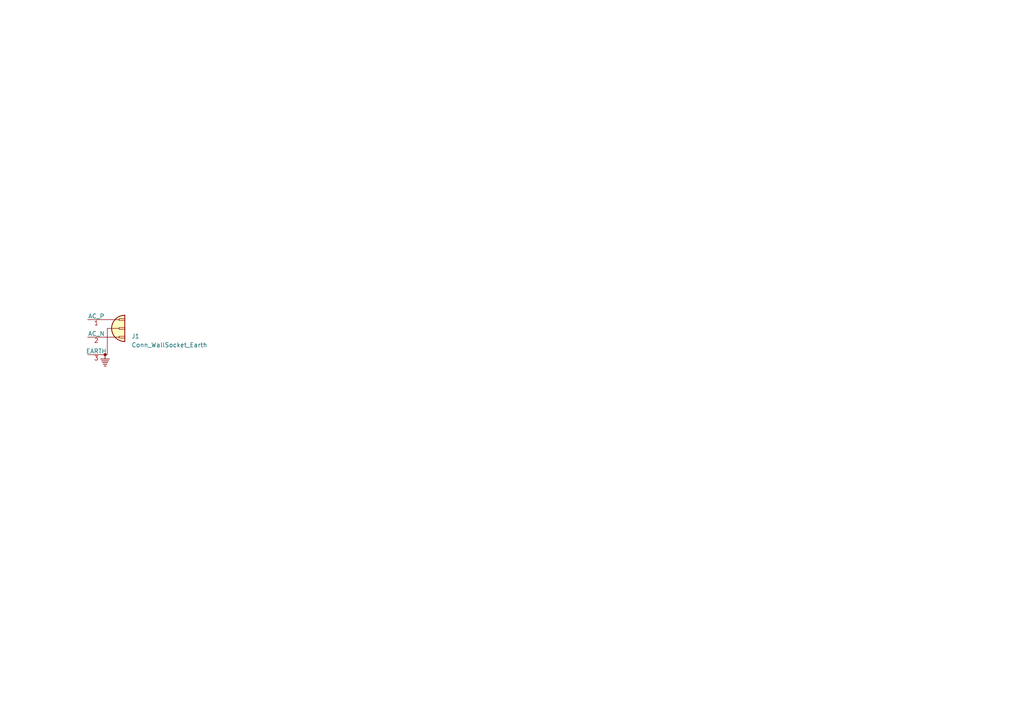
<source format=kicad_sch>
(kicad_sch (version 20231120) (generator "eeschema") (generator_version "8.0")
  (paper "A4")
  (lib_symbols
    (symbol "Connector:Conn_WallSocket_Earth" (pin_names (offset 0))
      (property "Reference" "J" (at 3.81 6.985 0))
      (property "Value" "Conn_WallSocket_Earth" (at 7.62 2.54 90))
      (symbol "Conn_WallSocket_Earth_0_1"
        (circle (center 0 -5.08) (radius 0.3556) (fill (type outline)))
        (polyline (pts (xy -1.27 -6.35) (xy 1.27 -6.35)) (stroke (width 0.2032)))
        (polyline (pts (xy 0 -5.08) (xy 0 -6.35)) (stroke (width 0.2032)))
        (polyline (pts (xy 0.254 -8.382) (xy -0.254 -8.382)) (stroke (width 0.2032)))
        (polyline (pts (xy 0.508 -7.874) (xy -0.508 -7.874)) (stroke (width 0.2032)))
        (polyline (pts (xy 0.762 -7.366) (xy -0.762 -7.366)) (stroke (width 0.2032)))
        (polyline (pts (xy 1.016 -6.858) (xy -1.016 -6.858)) (stroke (width 0.2032)))
        (polyline (pts (xy 4.064 0) (xy 0 0)))
        (polyline (pts (xy 4.064 5.08) (xy 0 5.08)))
        (polyline (pts (xy 5.715 -1.27) (xy 5.715 6.35)) (stroke (width 0.254)))
        (polyline (pts (xy 0 -5.08) (xy 0.635 -5.08) (xy 0.635 2.54) (xy 4.064 2.54)))
        (rectangle (start 5.715 -0.254) (end 4.064 0.254))
        (rectangle (start 5.715 2.286) (end 4.064 2.794))
        (rectangle (start 5.715 4.826) (end 4.064 5.334))
        (arc (start 5.715 6.35) (mid 1.9216 2.54) (end 5.715 -1.27) (stroke (width 0.254)) (fill (type background)))
      )
      (symbol "Conn_WallSocket_Earth_1_1"
        (pin power_in line (at -5.08 5.08 0) (length 5.08) (name "AC_P") (number "1"))
        (pin power_in line (at -5.08 0 0) (length 5.08) (name "AC_N") (number "2"))
        (pin passive line (at -5.08 -5.08 0) (length 5.08) (name "EARTH") (number "3"))
      )
    )
  )
  (symbol (lib_id "Connector:Conn_WallSocket_Earth") (at 30.48 97.79 0) (unit 1)
    (property "Reference" "J1" (at 38.1 97.5232 0) (effects (justify left)))
    (property "Value" "Conn_WallSocket_Earth" (at 38.1 100.0632 0) (effects (justify left)))
    (property "Description" "3-pin german wall socket, with Earth wire (110VAC, 220VAC)" (effects (hide yes)))
  )
)
</source>
